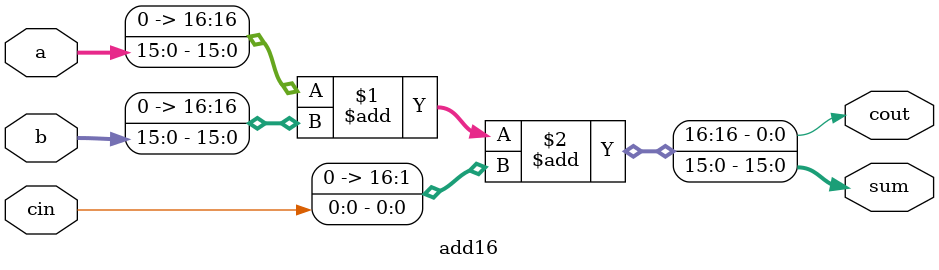
<source format=v>

module addsub(
    input [31:0] a,
    input [31:0] b,
    input sub,
    output [31:0] sum
);
    
  // 在这里书写代码
  wire [15:0] sum_low, sum_high;
  wire [31:0] b_int;
  wire cout_1, cout_2;
  
  assign b_int = sub ? ~b : b;
  assign sum = {sum_high, sum_low};
  add16 add16_1 (a[15:0], b_int[15:0], sub, sum_low, cout_1);
  add16 add16_2 (a[31:16], b_int[31:16], cout_1, sum_high, cout_2);
  
endmodule


module add16 (
  input [15:0] a,
  input [15:0] b,
  input cin,
  output [15:0] sum,
  output cout
);
  assign {cout, sum} = {1'b0, a} + {1'b0, b} + {1'b0, cin};
  
endmodule
</source>
